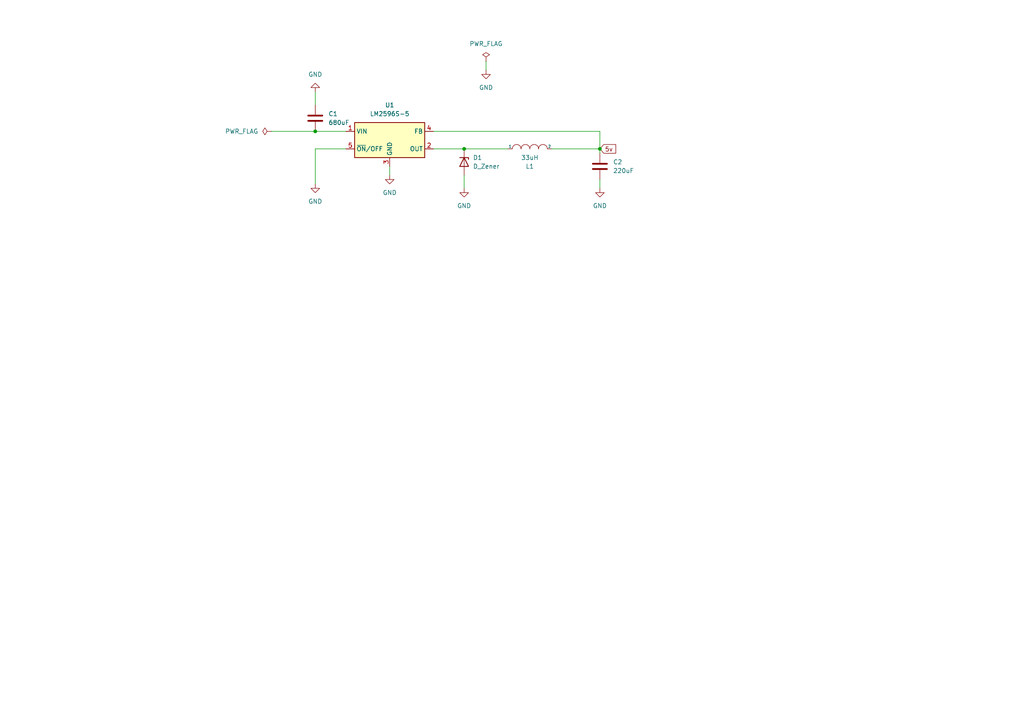
<source format=kicad_sch>
(kicad_sch (version 20211123) (generator eeschema)
  (paper "A4")
  (title_block (title "LM2596"))
  (lib_symbols
    (symbol "Device:C" (pin_numbers hide) (pin_names (offset 0.254))
      (property "Reference" "C" (at 0.635 2.54 0))
      (property "Value" "C" (at 0.635 -2.54 0))
      (symbol "C_0_1"
        (polyline (pts (xy -2.032 -0.762) (xy 2.032 -0.762)) (stroke (width 0.508)))
        (polyline (pts (xy -2.032 0.762) (xy 2.032 0.762)) (stroke (width 0.508)))
      )
      (symbol "C_1_1"
        (pin passive line (at 0 3.81 270) (length 2.794) (name "~") (number "1"))
        (pin passive line (at 0 -3.81 90) (length 2.794) (name "~") (number "2"))
      )
    )
    (symbol "Device:D_Zener" (pin_numbers hide) (pin_names (offset 1.016) hide)
      (property "Reference" "D" (at 0 2.54 0))
      (property "Value" "D_Zener" (at 0 -2.54 0))
      (symbol "D_Zener_0_1"
        (polyline (pts (xy 1.27 0) (xy -1.27 0)))
        (polyline (pts (xy -1.27 -1.27) (xy -1.27 1.27) (xy -0.762 1.27)) (stroke (width 0.254)))
        (polyline (pts (xy 1.27 -1.27) (xy 1.27 1.27) (xy -1.27 0) (xy 1.27 -1.27)) (stroke (width 0.254)))
      )
      (symbol "D_Zener_1_1"
        (pin passive line (at -3.81 0 0) (length 2.54) (name "K") (number "1"))
        (pin passive line (at 3.81 0 180) (length 2.54) (name "A") (number "2"))
      )
    )
    (symbol "Regulator_Switching:LM2596S-5"
      (property "Reference" "U" (at -10.16 6.35 0))
      (property "Value" "LM2596S-5" (at 0 6.35 0))
      (symbol "LM2596S-5_0_1"
        (rectangle (start -10.16 5.08) (end 10.16 -5.08) (stroke (width 0.254)) (fill (type background)))
      )
      (symbol "LM2596S-5_1_1"
        (pin power_in line (at -12.7 2.54 0) (length 2.54) (name "VIN") (number "1"))
        (pin output line (at 12.7 -2.54 180) (length 2.54) (name "OUT") (number "2"))
        (pin power_in line (at 0 -7.62 90) (length 2.54) (name "GND") (number "3"))
        (pin input line (at 12.7 2.54 180) (length 2.54) (name "FB") (number "4"))
        (pin input line (at -12.7 -2.54 0) (length 2.54) (name "~{ON}/OFF") (number "5"))
      )
    )
    (symbol "power:GND" (power) (pin_names (offset 0))
      (property "Value" "GND" (at 0 -3.81 0))
      (symbol "GND_0_1"
        (polyline (pts (xy 0 0) (xy 0 -1.27) (xy 1.27 -1.27) (xy 0 -2.54) (xy -1.27 -1.27) (xy 0 -1.27)))
      )
      (symbol "GND_1_1"
        (pin power_in line (at 0 0 270) (length 0) hide (name "GND") (number "1"))
      )
    )
    (symbol "power:PWR_FLAG" (power) (pin_numbers hide) (pin_names (offset 0) hide)
      (property "Value" "PWR_FLAG" (at 0 3.81 0))
      (symbol "PWR_FLAG_0_0"
        (pin power_out line (at 0 0 90) (length 0) (name "pwr") (number "1"))
      )
      (symbol "PWR_FLAG_0_1"
        (polyline (pts (xy 0 0) (xy 0 1.27) (xy -1.016 1.905) (xy 0 2.54) (xy 1.016 1.905) (xy 0 1.27)))
      )
    )
    (symbol "pspice:INDUCTOR" (pin_numbers hide) (pin_names (offset 0))
      (property "Reference" "L" (at 0 2.54 0))
      (property "Value" "INDUCTOR" (at 0 -1.27 0))
      (symbol "INDUCTOR_0_1"
        (arc (start -2.54 0) (mid -3.81 1.27) (end -5.08 0))
        (arc (start 0 0) (mid -1.27 1.27) (end -2.54 0))
        (arc (start 2.54 0) (mid 1.27 1.27) (end 0 0))
        (arc (start 5.08 0) (mid 3.81 1.27) (end 2.54 0))
      )
      (symbol "INDUCTOR_1_1"
        (pin input line (at -6.35 0 0) (length 1.27) (name "1") (number "1"))
        (pin input line (at 6.35 0 180) (length 1.27) (name "2") (number "2"))
      )
    )
  )
  (junction (at 173.99 43.18))
  (junction (at 134.62 43.18))
  (junction (at 91.44 38.1))
  (wire (pts (xy 91.44 38.1) (xy 100.33 38.1)))
  (wire (pts (xy 134.62 43.18) (xy 147.32 43.18)))
  (wire (pts (xy 100.33 43.18) (xy 91.44 43.18)))
  (wire (pts (xy 173.99 52.07) (xy 173.99 54.61)))
  (wire (pts (xy 78.74 38.1) (xy 91.44 38.1)))
  (wire (pts (xy 173.99 43.18) (xy 173.99 44.45)))
  (wire (pts (xy 140.97 17.78) (xy 140.97 20.32)))
  (wire (pts (xy 160.02 43.18) (xy 173.99 43.18)))
  (wire (pts (xy 91.44 43.18) (xy 91.44 53.34)))
  (wire (pts (xy 113.03 48.26) (xy 113.03 50.8)))
  (wire (pts (xy 125.73 38.1) (xy 173.99 38.1)))
  (wire (pts (xy 134.62 50.8) (xy 134.62 54.61)))
  (wire (pts (xy 91.44 26.67) (xy 91.44 30.48)))
  (wire (pts (xy 125.73 43.18) (xy 134.62 43.18)))
  (wire (pts (xy 173.99 38.1) (xy 173.99 43.18)))
  (global_label "5v" (shape input) (at 173.99 43.18 0) (property "Intersheet References" "${INTERSHEET_REFS}" (effects hide)))
  (symbol (lib_id "Device:D_Zener") (at 134.62 46.99 270) (unit 1)
    (property "Reference" "D1" (at 137.16 45.7199 90) (effects (justify left)))
    (property "Value" "D_Zener" (at 137.16 48.2599 90) (effects (justify left)))
    (property "Footprint" "Diode_SMD:D_0201_0603Metric" (effects hide))
  )
  (symbol (lib_id "power:GND") (at 134.62 54.61 0) (unit 1)
    (property "Reference" "#PWR04" (effects hide))
    (property "Value" "GND" (at 134.62 59.69 0))
  )
  (symbol (lib_id "Device:C") (at 91.44 34.29 0) (unit 1)
    (property "Reference" "C1" (at 95.25 33.0199 0) (effects (justify left)))
    (property "Value" "680uF" (at 95.25 35.5599 0) (effects (justify left)))
    (property "Footprint" "Capacitor_SMD:CP_Elec_3x5.3" (effects hide))
  )
  (symbol (lib_id "Regulator_Switching:LM2596S-5") (at 113.03 40.64 0) (unit 1)
    (property "Reference" "U1" (at 113.03 30.48 0))
    (property "Value" "LM2596S-5" (at 113.03 33.02 0))
    (property "Footprint" "Package_TO_SOT_SMD:TO-263-5_TabPin3" (effects hide))
    (property "Datasheet" "http://www.ti.com/lit/ds/symlink/lm2596.pdf" (effects hide))
  )
  (symbol (lib_id "power:GND") (at 113.03 50.8 0) (unit 1)
    (property "Reference" "#PWR03" (effects hide))
    (property "Value" "GND" (at 113.03 55.88 0))
  )
  (symbol (lib_id "power:GND") (at 173.99 54.61 0) (unit 1)
    (property "Reference" "#PWR05" (effects hide))
    (property "Value" "GND" (at 173.99 59.69 0))
  )
  (symbol (lib_id "power:PWR_FLAG") (at 140.97 17.78 0) (unit 1)
    (property "Reference" "#FLG0101" (effects hide))
    (property "Value" "PWR_FLAG" (at 140.97 12.7 0))
  )
  (symbol (lib_id "power:GND") (at 140.97 20.32 0) (unit 1)
    (property "Reference" "#PWR0101" (effects hide))
    (property "Value" "GND" (at 140.97 25.4 0))
  )
  (symbol (lib_id "power:GND") (at 91.44 53.34 0) (unit 1)
    (property "Reference" "#PWR02" (effects hide))
    (property "Value" "GND" (at 91.44 58.42 0))
  )
  (symbol (lib_id "Device:C") (at 173.99 48.26 0) (unit 1)
    (property "Reference" "C2" (at 177.8 46.9899 0) (effects (justify left)))
    (property "Value" "220uF" (at 177.8 49.5299 0) (effects (justify left)))
    (property "Footprint" "Capacitor_SMD:CP_Elec_3x5.3" (effects hide))
  )
  (symbol (lib_id "pspice:INDUCTOR") (at 153.67 43.18 0) (unit 1)
    (property "Reference" "L1" (at 153.67 48.26 0))
    (property "Value" "33uH" (at 153.67 45.72 0))
    (property "Footprint" "Inductor_SMD:L_6.3x6.3_H3" (effects hide))
  )
  (symbol (lib_id "power:PWR_FLAG") (at 78.74 38.1 90) (unit 1)
    (property "Reference" "#FLG01" (effects hide))
    (property "Value" "PWR_FLAG" (at 74.93 38.0999 90) (effects (justify left)))
  )
  (symbol (lib_id "power:GND") (at 91.44 26.67 180) (unit 1)
    (property "Reference" "#PWR01" (effects hide))
    (property "Value" "GND" (at 91.44 21.59 0))
  )
)
</source>
